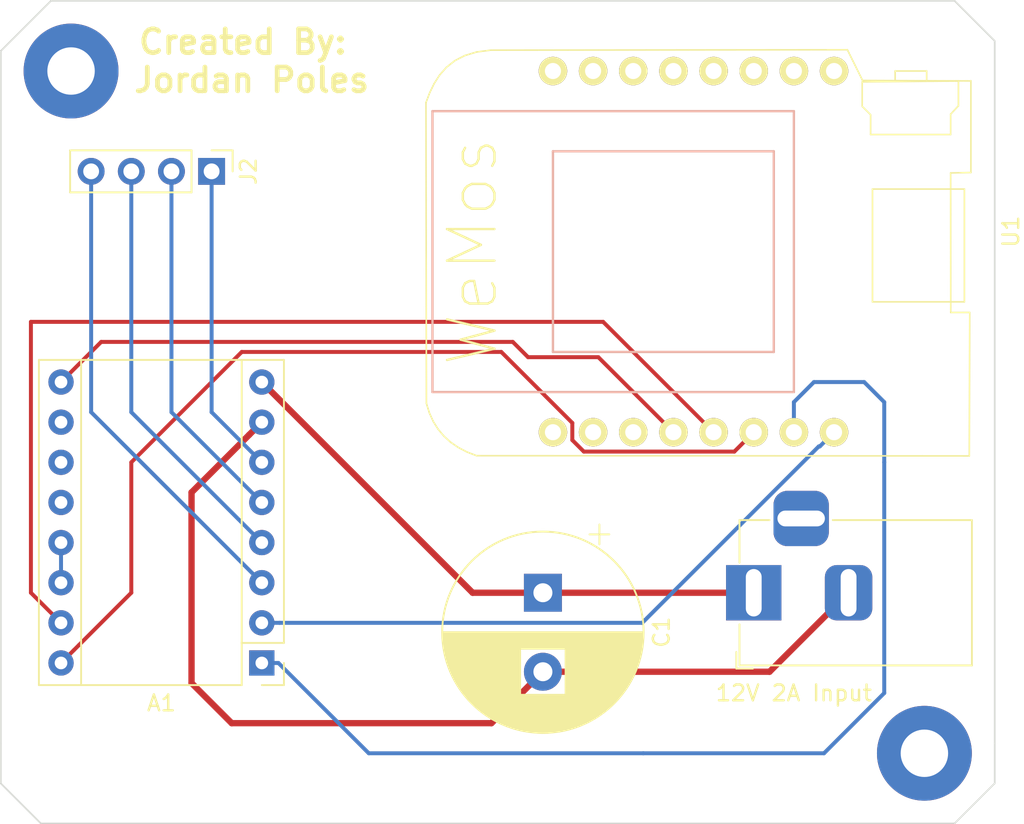
<source format=kicad_pcb>
(kicad_pcb (version 20171130) (host pcbnew "(5.0.0)")

  (general
    (thickness 1.6)
    (drawings 11)
    (tracks 56)
    (zones 0)
    (modules 7)
    (nets 27)
  )

  (page A4)
  (layers
    (0 F.Cu signal)
    (31 B.Cu signal)
    (32 B.Adhes user)
    (33 F.Adhes user)
    (34 B.Paste user)
    (35 F.Paste user)
    (36 B.SilkS user)
    (37 F.SilkS user)
    (38 B.Mask user)
    (39 F.Mask user)
    (40 Dwgs.User user)
    (41 Cmts.User user)
    (42 Eco1.User user)
    (43 Eco2.User user)
    (44 Edge.Cuts user)
    (45 Margin user)
    (46 B.CrtYd user)
    (47 F.CrtYd user)
    (48 B.Fab user)
    (49 F.Fab user)
  )

  (setup
    (last_trace_width 0.25)
    (trace_clearance 0.2)
    (zone_clearance 0.508)
    (zone_45_only no)
    (trace_min 0.2)
    (segment_width 0.2)
    (edge_width 0.1)
    (via_size 0.8)
    (via_drill 0.4)
    (via_min_size 0.4)
    (via_min_drill 0.3)
    (uvia_size 0.3)
    (uvia_drill 0.1)
    (uvias_allowed no)
    (uvia_min_size 0.2)
    (uvia_min_drill 0.1)
    (pcb_text_width 0.3)
    (pcb_text_size 1.5 1.5)
    (mod_edge_width 0.15)
    (mod_text_size 1 1)
    (mod_text_width 0.15)
    (pad_size 1.5 1.5)
    (pad_drill 0.6)
    (pad_to_mask_clearance 0)
    (aux_axis_origin 0 0)
    (visible_elements 7FFFFFFF)
    (pcbplotparams
      (layerselection 0x010fc_ffffffff)
      (usegerberextensions false)
      (usegerberattributes false)
      (usegerberadvancedattributes false)
      (creategerberjobfile false)
      (excludeedgelayer true)
      (linewidth 0.100000)
      (plotframeref false)
      (viasonmask false)
      (mode 1)
      (useauxorigin false)
      (hpglpennumber 1)
      (hpglpenspeed 20)
      (hpglpendiameter 15.000000)
      (psnegative false)
      (psa4output false)
      (plotreference true)
      (plotvalue true)
      (plotinvisibletext false)
      (padsonsilk false)
      (subtractmaskfromsilk false)
      (outputformat 1)
      (mirror false)
      (drillshape 0)
      (scaleselection 1)
      (outputdirectory "Output/"))
  )

  (net 0 "")
  (net 1 "Net-(A1-Pad1)")
  (net 2 "Net-(A1-Pad9)")
  (net 3 "Net-(A1-Pad2)")
  (net 4 "Net-(A1-Pad10)")
  (net 5 "Net-(A1-Pad3)")
  (net 6 "Net-(A1-Pad11)")
  (net 7 "Net-(A1-Pad4)")
  (net 8 "Net-(A1-Pad12)")
  (net 9 "Net-(A1-Pad5)")
  (net 10 "Net-(A1-Pad13)")
  (net 11 "Net-(A1-Pad6)")
  (net 12 "Net-(A1-Pad7)")
  (net 13 "Net-(A1-Pad15)")
  (net 14 "Net-(A1-Pad8)")
  (net 15 "Net-(A1-Pad16)")
  (net 16 "Net-(U1-Pad8)")
  (net 17 "Net-(U1-Pad7)")
  (net 18 "Net-(U1-Pad6)")
  (net 19 "Net-(U1-Pad16)")
  (net 20 "Net-(U1-Pad15)")
  (net 21 "Net-(U1-Pad14)")
  (net 22 "Net-(U1-Pad13)")
  (net 23 "Net-(U1-Pad12)")
  (net 24 "Net-(U1-Pad11)")
  (net 25 "Net-(U1-Pad10)")
  (net 26 "Net-(U1-Pad9)")

  (net_class Default "This is the default net class."
    (clearance 0.2)
    (trace_width 0.25)
    (via_dia 0.8)
    (via_drill 0.4)
    (uvia_dia 0.3)
    (uvia_drill 0.1)
    (add_net "Net-(A1-Pad1)")
    (add_net "Net-(A1-Pad10)")
    (add_net "Net-(A1-Pad11)")
    (add_net "Net-(A1-Pad12)")
    (add_net "Net-(A1-Pad13)")
    (add_net "Net-(A1-Pad15)")
    (add_net "Net-(A1-Pad16)")
    (add_net "Net-(A1-Pad2)")
    (add_net "Net-(A1-Pad3)")
    (add_net "Net-(A1-Pad4)")
    (add_net "Net-(A1-Pad5)")
    (add_net "Net-(A1-Pad6)")
    (add_net "Net-(A1-Pad9)")
    (add_net "Net-(U1-Pad10)")
    (add_net "Net-(U1-Pad11)")
    (add_net "Net-(U1-Pad12)")
    (add_net "Net-(U1-Pad13)")
    (add_net "Net-(U1-Pad14)")
    (add_net "Net-(U1-Pad15)")
    (add_net "Net-(U1-Pad16)")
    (add_net "Net-(U1-Pad6)")
    (add_net "Net-(U1-Pad7)")
    (add_net "Net-(U1-Pad8)")
    (add_net "Net-(U1-Pad9)")
  )

  (net_class Power ""
    (clearance 0.3)
    (trace_width 0.4)
    (via_dia 0.8)
    (via_drill 0.4)
    (uvia_dia 0.3)
    (uvia_drill 0.1)
    (add_net "Net-(A1-Pad7)")
    (add_net "Net-(A1-Pad8)")
  )

  (module Connector_BarrelJack:BarrelJack_Horizontal (layer F.Cu) (tedit 5BAEB020) (tstamp 5BAE8C7C)
    (at 201.295 116.205 180)
    (descr "DC Barrel Jack")
    (tags "Power Jack")
    (path /5BAD7C78)
    (fp_text reference "12V 2A Input" (at -2.54 -6.35 180) (layer F.SilkS)
      (effects (font (size 1 1) (thickness 0.15)))
    )
    (fp_text value "Barrel Jack" (at -9.525 5.715 180) (layer F.Fab)
      (effects (font (size 1 1) (thickness 0.15)))
    )
    (fp_text user "" (at -3.515394 -6.680001 180) (layer F.Fab)
      (effects (font (size 1 1) (thickness 0.15)))
    )
    (fp_line (start -0.003213 -4.505425) (end 0.8 -3.75) (layer F.Fab) (width 0.1))
    (fp_line (start 1.1 -3.75) (end 1.1 -4.8) (layer F.SilkS) (width 0.12))
    (fp_line (start 0.05 -4.8) (end 1.1 -4.8) (layer F.SilkS) (width 0.12))
    (fp_line (start 1 -4.5) (end 1 -4.75) (layer F.CrtYd) (width 0.05))
    (fp_line (start 1 -4.75) (end -14 -4.75) (layer F.CrtYd) (width 0.05))
    (fp_line (start 1 -4.5) (end 1 -2) (layer F.CrtYd) (width 0.05))
    (fp_line (start 1 -2) (end 2 -2) (layer F.CrtYd) (width 0.05))
    (fp_line (start 2 -2) (end 2 2) (layer F.CrtYd) (width 0.05))
    (fp_line (start 2 2) (end 1 2) (layer F.CrtYd) (width 0.05))
    (fp_line (start 1 2) (end 1 4.75) (layer F.CrtYd) (width 0.05))
    (fp_line (start 1 4.75) (end -1 4.75) (layer F.CrtYd) (width 0.05))
    (fp_line (start -1 4.75) (end -1 6.75) (layer F.CrtYd) (width 0.05))
    (fp_line (start -1 6.75) (end -5 6.75) (layer F.CrtYd) (width 0.05))
    (fp_line (start -5 6.75) (end -5 4.75) (layer F.CrtYd) (width 0.05))
    (fp_line (start -5 4.75) (end -14 4.75) (layer F.CrtYd) (width 0.05))
    (fp_line (start -14 4.75) (end -14 -4.75) (layer F.CrtYd) (width 0.05))
    (fp_line (start -5 4.6) (end -13.8 4.6) (layer F.SilkS) (width 0.12))
    (fp_line (start -13.8 4.6) (end -13.8 -4.6) (layer F.SilkS) (width 0.12))
    (fp_line (start 0.9 1.9) (end 0.9 4.6) (layer F.SilkS) (width 0.12))
    (fp_line (start 0.9 4.6) (end -1 4.6) (layer F.SilkS) (width 0.12))
    (fp_line (start -13.8 -4.6) (end 0.9 -4.6) (layer F.SilkS) (width 0.12))
    (fp_line (start 0.9 -4.6) (end 0.9 -2) (layer F.SilkS) (width 0.12))
    (fp_line (start -10.2 -4.5) (end -10.2 4.5) (layer F.Fab) (width 0.1))
    (fp_line (start -13.7 -4.5) (end -13.7 4.5) (layer F.Fab) (width 0.1))
    (fp_line (start -13.7 4.5) (end 0.8 4.5) (layer F.Fab) (width 0.1))
    (fp_line (start 0.8 4.5) (end 0.8 -3.75) (layer F.Fab) (width 0.1))
    (fp_line (start 0 -4.5) (end -13.7 -4.5) (layer F.Fab) (width 0.1))
    (pad 1 thru_hole rect (at 0 0 180) (size 3.5 3.5) (drill oval 1 3) (layers *.Cu *.Mask)
      (net 14 "Net-(A1-Pad8)"))
    (pad 2 thru_hole roundrect (at -6 0 180) (size 3 3.5) (drill oval 1 3) (layers *.Cu *.Mask) (roundrect_rratio 0.25)
      (net 12 "Net-(A1-Pad7)"))
    (pad 3 thru_hole roundrect (at -3 4.7 180) (size 3.5 3.5) (drill oval 3 1) (layers *.Cu *.Mask) (roundrect_rratio 0.25))
    (model ${KISYS3DMOD}/Connector_BarrelJack.3dshapes/BarrelJack_Horizontal.wrl
      (at (xyz 0 0 0))
      (scale (xyz 1 1 1))
      (rotate (xyz 0 0 0))
    )
  )

  (module wemos_d1_mini:D1_mini_board (layer F.Cu) (tedit 5BAEAE1B) (tstamp 5BAE8CC2)
    (at 198.755 94.615 90)
    (path /5BAD6FB1)
    (fp_text reference U1 (at 1.27 18.81 90) (layer F.SilkS)
      (effects (font (size 1 1) (thickness 0.15)))
    )
    (fp_text value "WeMos D1 Mini" (at 1.27 -19.05 90) (layer F.Fab)
      (effects (font (size 1 1) (thickness 0.15)))
    )
    (fp_text user WeMos (at 0 -15.24 90) (layer F.SilkS)
      (effects (font (size 3 3) (thickness 0.15)))
    )
    (fp_line (start -6.35 3.81) (end -6.35 -10.16) (layer B.SilkS) (width 0.15))
    (fp_line (start -6.35 -10.16) (end 6.35 -10.16) (layer B.SilkS) (width 0.15))
    (fp_line (start 6.35 -10.16) (end 6.35 3.81) (layer B.SilkS) (width 0.15))
    (fp_line (start 6.35 3.81) (end -6.35 3.81) (layer B.SilkS) (width 0.15))
    (fp_line (start -8.89 5.08) (end 8.89 5.08) (layer B.SilkS) (width 0.15))
    (fp_line (start 8.89 5.08) (end 8.89 -17.78) (layer B.SilkS) (width 0.15))
    (fp_line (start 8.89 -17.78) (end -8.89 -17.78) (layer B.SilkS) (width 0.15))
    (fp_line (start -8.89 -17.78) (end -8.89 5.08) (layer B.SilkS) (width 0.15))
    (fp_line (start 10.817472 16.277228) (end 5.00618 16.277228) (layer F.SilkS) (width 0.1))
    (fp_line (start 5.00618 16.277228) (end 4.979849 14.993795) (layer F.SilkS) (width 0.1))
    (fp_line (start 4.979849 14.993795) (end -3.851373 15.000483) (layer F.SilkS) (width 0.1))
    (fp_line (start -3.851373 15.000483) (end -3.849397 16.202736) (layer F.SilkS) (width 0.1))
    (fp_line (start -3.849397 16.202736) (end -12.930193 16.176658) (layer F.SilkS) (width 0.1))
    (fp_line (start -12.930193 16.176658) (end -12.916195 -14.993493) (layer F.SilkS) (width 0.1))
    (fp_line (start -12.916195 -14.993493) (end -12.683384 -15.596286) (layer F.SilkS) (width 0.1))
    (fp_line (start -12.683384 -15.596286) (end -12.399901 -16.141167) (layer F.SilkS) (width 0.1))
    (fp_line (start -12.399901 -16.141167) (end -12.065253 -16.627577) (layer F.SilkS) (width 0.1))
    (fp_line (start -12.065253 -16.627577) (end -11.678953 -17.054952) (layer F.SilkS) (width 0.1))
    (fp_line (start -11.678953 -17.054952) (end -11.240512 -17.422741) (layer F.SilkS) (width 0.1))
    (fp_line (start -11.240512 -17.422741) (end -10.74944 -17.730377) (layer F.SilkS) (width 0.1))
    (fp_line (start -10.74944 -17.730377) (end -10.20525 -17.97731) (layer F.SilkS) (width 0.1))
    (fp_line (start -10.20525 -17.97731) (end -9.607453 -18.162976) (layer F.SilkS) (width 0.1))
    (fp_line (start -9.607453 -18.162976) (end 9.43046 -18.191734) (layer F.SilkS) (width 0.1))
    (fp_line (start 9.43046 -18.191734) (end 10.049824 -17.957741) (layer F.SilkS) (width 0.1))
    (fp_line (start 10.049824 -17.957741) (end 10.638018 -17.673258) (layer F.SilkS) (width 0.1))
    (fp_line (start 10.638018 -17.673258) (end 11.181445 -17.323743) (layer F.SilkS) (width 0.1))
    (fp_line (start 11.181445 -17.323743) (end 11.666503 -16.894658) (layer F.SilkS) (width 0.1))
    (fp_line (start 11.666503 -16.894658) (end 12.079595 -16.37146) (layer F.SilkS) (width 0.1))
    (fp_line (start 12.079595 -16.37146) (end 12.407122 -15.739613) (layer F.SilkS) (width 0.1))
    (fp_line (start 12.407122 -15.739613) (end 12.635482 -14.984575) (layer F.SilkS) (width 0.1))
    (fp_line (start 12.635482 -14.984575) (end 12.751078 -14.091807) (layer F.SilkS) (width 0.1))
    (fp_line (start 12.751078 -14.091807) (end 12.776026 8.463285) (layer F.SilkS) (width 0.1))
    (fp_line (start 12.776026 8.463285) (end 10.83248 9.424181) (layer F.SilkS) (width 0.1))
    (fp_line (start 10.83248 9.424181) (end 10.802686 16.232524) (layer F.SilkS) (width 0.1))
    (fp_line (start -3.17965 10.051451) (end 3.959931 10.051451) (layer F.SilkS) (width 0.1))
    (fp_line (start 3.959931 10.051451) (end 3.959931 15.865188) (layer F.SilkS) (width 0.1))
    (fp_line (start 3.959931 15.865188) (end -3.17965 15.865188) (layer F.SilkS) (width 0.1))
    (fp_line (start -3.17965 15.865188) (end -3.17965 10.051451) (layer F.SilkS) (width 0.1))
    (fp_line (start 10.7436 9.402349) (end 9.191378 9.402349) (layer F.SilkS) (width 0.1))
    (fp_line (start 9.191378 9.402349) (end 8.662211 9.931515) (layer F.SilkS) (width 0.1))
    (fp_line (start 8.662211 9.931515) (end 7.40985 9.931515) (layer F.SilkS) (width 0.1))
    (fp_line (start 7.40985 9.931515) (end 7.40985 14.993876) (layer F.SilkS) (width 0.1))
    (fp_line (start 7.40985 14.993876) (end 8.697489 14.993876) (layer F.SilkS) (width 0.1))
    (fp_line (start 8.697489 14.993876) (end 9.226656 15.487765) (layer F.SilkS) (width 0.1))
    (fp_line (start 9.226656 15.487765) (end 10.796517 15.487765) (layer F.SilkS) (width 0.1))
    (fp_line (start 10.796517 15.487765) (end 10.7436 9.402349) (layer F.SilkS) (width 0.1))
    (fp_line (start 10.778878 11.483738) (end 11.431517 11.483738) (layer F.SilkS) (width 0.1))
    (fp_line (start 11.431517 11.483738) (end 11.431517 13.476932) (layer F.SilkS) (width 0.1))
    (fp_line (start 11.431517 13.476932) (end 10.814156 13.476932) (layer F.SilkS) (width 0.1))
    (pad 8 thru_hole circle (at -11.43 -10.16 90) (size 1.8 1.8) (drill 1.016) (layers *.Cu *.Mask F.SilkS)
      (net 16 "Net-(U1-Pad8)"))
    (pad 7 thru_hole circle (at -11.43 -7.62 90) (size 1.8 1.8) (drill 1.016) (layers *.Cu *.Mask F.SilkS)
      (net 17 "Net-(U1-Pad7)"))
    (pad 6 thru_hole circle (at -11.43 -5.08 90) (size 1.8 1.8) (drill 1.016) (layers *.Cu *.Mask F.SilkS)
      (net 18 "Net-(U1-Pad6)"))
    (pad 5 thru_hole circle (at -11.43 -2.54 90) (size 1.8 1.8) (drill 1.016) (layers *.Cu *.Mask F.SilkS)
      (net 2 "Net-(A1-Pad9)"))
    (pad 4 thru_hole circle (at -11.43 0 90) (size 1.8 1.8) (drill 1.016) (layers *.Cu *.Mask F.SilkS)
      (net 13 "Net-(A1-Pad15)"))
    (pad 3 thru_hole circle (at -11.43 2.54 90) (size 1.8 1.8) (drill 1.016) (layers *.Cu *.Mask F.SilkS)
      (net 15 "Net-(A1-Pad16)"))
    (pad 2 thru_hole circle (at -11.43 5.08 90) (size 1.8 1.8) (drill 1.016) (layers *.Cu *.Mask F.SilkS)
      (net 1 "Net-(A1-Pad1)"))
    (pad 1 thru_hole circle (at -11.43 7.62 90) (size 1.8 1.8) (drill 1.016) (layers *.Cu *.Mask F.SilkS)
      (net 3 "Net-(A1-Pad2)"))
    (pad 16 thru_hole circle (at 11.43 7.62 90) (size 1.8 1.8) (drill 1.016) (layers *.Cu *.Mask F.SilkS)
      (net 19 "Net-(U1-Pad16)"))
    (pad 15 thru_hole circle (at 11.43 5.08 90) (size 1.8 1.8) (drill 1.016) (layers *.Cu *.Mask F.SilkS)
      (net 20 "Net-(U1-Pad15)"))
    (pad 14 thru_hole circle (at 11.43 2.54 90) (size 1.8 1.8) (drill 1.016) (layers *.Cu *.Mask F.SilkS)
      (net 21 "Net-(U1-Pad14)"))
    (pad 13 thru_hole circle (at 11.43 0 90) (size 1.8 1.8) (drill 1.016) (layers *.Cu *.Mask F.SilkS)
      (net 22 "Net-(U1-Pad13)"))
    (pad 12 thru_hole circle (at 11.43 -2.54 90) (size 1.8 1.8) (drill 1.016) (layers *.Cu *.Mask F.SilkS)
      (net 23 "Net-(U1-Pad12)"))
    (pad 11 thru_hole circle (at 11.43 -5.08 90) (size 1.8 1.8) (drill 1.016) (layers *.Cu *.Mask F.SilkS)
      (net 24 "Net-(U1-Pad11)"))
    (pad 10 thru_hole circle (at 11.43 -7.62 90) (size 1.8 1.8) (drill 1.016) (layers *.Cu *.Mask F.SilkS)
      (net 25 "Net-(U1-Pad10)"))
    (pad 9 thru_hole circle (at 11.43 -10.16 90) (size 1.8 1.8) (drill 1.016) (layers *.Cu *.Mask F.SilkS)
      (net 26 "Net-(U1-Pad9)"))
  )

  (module Module:Pololu_Breakout-16_15.2x20.3mm (layer F.Cu) (tedit 5BAEADF4) (tstamp 5BAE8B63)
    (at 170.18 120.65 180)
    (descr "Pololu Breakout 16-pin 15.2x20.3mm 0.6x0.8\\")
    (tags "Pololu Breakout")
    (path /5BAD7DB4)
    (fp_text reference A1 (at 6.35 -2.54 180) (layer F.SilkS)
      (effects (font (size 1 1) (thickness 0.15)))
    )
    (fp_text value "A4988 Stepper Driver " (at 6.35 20.17 180) (layer F.Fab)
      (effects (font (size 1 1) (thickness 0.15)))
    )
    (fp_text user %R (at 6.35 0 180) (layer F.Fab)
      (effects (font (size 1 1) (thickness 0.15)))
    )
    (fp_line (start 11.43 -1.4) (end 11.43 19.18) (layer F.SilkS) (width 0.12))
    (fp_line (start 1.27 1.27) (end 1.27 19.18) (layer F.SilkS) (width 0.12))
    (fp_line (start 0 -1.4) (end -1.4 -1.4) (layer F.SilkS) (width 0.12))
    (fp_line (start -1.4 -1.4) (end -1.4 0) (layer F.SilkS) (width 0.12))
    (fp_line (start 1.27 -1.4) (end 1.27 1.27) (layer F.SilkS) (width 0.12))
    (fp_line (start 1.27 1.27) (end -1.4 1.27) (layer F.SilkS) (width 0.12))
    (fp_line (start -1.4 1.27) (end -1.4 19.18) (layer F.SilkS) (width 0.12))
    (fp_line (start -1.4 19.18) (end 14.1 19.18) (layer F.SilkS) (width 0.12))
    (fp_line (start 14.1 19.18) (end 14.1 -1.4) (layer F.SilkS) (width 0.12))
    (fp_line (start 14.1 -1.4) (end 1.27 -1.4) (layer F.SilkS) (width 0.12))
    (fp_line (start -1.27 0) (end 0 -1.27) (layer F.Fab) (width 0.1))
    (fp_line (start 0 -1.27) (end 13.97 -1.27) (layer F.Fab) (width 0.1))
    (fp_line (start 13.97 -1.27) (end 13.97 19.05) (layer F.Fab) (width 0.1))
    (fp_line (start 13.97 19.05) (end -1.27 19.05) (layer F.Fab) (width 0.1))
    (fp_line (start -1.27 19.05) (end -1.27 0) (layer F.Fab) (width 0.1))
    (fp_line (start -1.53 -1.52) (end 14.21 -1.52) (layer F.CrtYd) (width 0.05))
    (fp_line (start -1.53 -1.52) (end -1.53 19.3) (layer F.CrtYd) (width 0.05))
    (fp_line (start 14.21 19.3) (end 14.21 -1.52) (layer F.CrtYd) (width 0.05))
    (fp_line (start 14.21 19.3) (end -1.53 19.3) (layer F.CrtYd) (width 0.05))
    (pad 1 thru_hole rect (at 0 0 180) (size 1.6 1.6) (drill 0.8) (layers *.Cu *.Mask)
      (net 1 "Net-(A1-Pad1)"))
    (pad 9 thru_hole oval (at 12.7 17.78 180) (size 1.6 1.6) (drill 0.8) (layers *.Cu *.Mask)
      (net 2 "Net-(A1-Pad9)"))
    (pad 2 thru_hole oval (at 0 2.54 180) (size 1.6 1.6) (drill 0.8) (layers *.Cu *.Mask)
      (net 3 "Net-(A1-Pad2)"))
    (pad 10 thru_hole oval (at 12.7 15.24 180) (size 1.6 1.6) (drill 0.8) (layers *.Cu *.Mask)
      (net 4 "Net-(A1-Pad10)"))
    (pad 3 thru_hole oval (at 0 5.08 180) (size 1.6 1.6) (drill 0.8) (layers *.Cu *.Mask)
      (net 5 "Net-(A1-Pad3)"))
    (pad 11 thru_hole oval (at 12.7 12.7 180) (size 1.6 1.6) (drill 0.8) (layers *.Cu *.Mask)
      (net 6 "Net-(A1-Pad11)"))
    (pad 4 thru_hole oval (at 0 7.62 180) (size 1.6 1.6) (drill 0.8) (layers *.Cu *.Mask)
      (net 7 "Net-(A1-Pad4)"))
    (pad 12 thru_hole oval (at 12.7 10.16 180) (size 1.6 1.6) (drill 0.8) (layers *.Cu *.Mask)
      (net 8 "Net-(A1-Pad12)"))
    (pad 5 thru_hole oval (at 0 10.16 180) (size 1.6 1.6) (drill 0.8) (layers *.Cu *.Mask)
      (net 9 "Net-(A1-Pad5)"))
    (pad 13 thru_hole oval (at 12.7 7.62 180) (size 1.6 1.6) (drill 0.8) (layers *.Cu *.Mask)
      (net 10 "Net-(A1-Pad13)"))
    (pad 6 thru_hole oval (at 0 12.7 180) (size 1.6 1.6) (drill 0.8) (layers *.Cu *.Mask)
      (net 11 "Net-(A1-Pad6)"))
    (pad 14 thru_hole oval (at 12.7 5.08 180) (size 1.6 1.6) (drill 0.8) (layers *.Cu *.Mask)
      (net 10 "Net-(A1-Pad13)"))
    (pad 7 thru_hole oval (at 0 15.24 180) (size 1.6 1.6) (drill 0.8) (layers *.Cu *.Mask)
      (net 12 "Net-(A1-Pad7)"))
    (pad 15 thru_hole oval (at 12.7 2.54 180) (size 1.6 1.6) (drill 0.8) (layers *.Cu *.Mask)
      (net 13 "Net-(A1-Pad15)"))
    (pad 8 thru_hole oval (at 0 17.78 180) (size 1.6 1.6) (drill 0.8) (layers *.Cu *.Mask)
      (net 14 "Net-(A1-Pad8)"))
    (pad 16 thru_hole oval (at 12.7 0 180) (size 1.6 1.6) (drill 0.8) (layers *.Cu *.Mask)
      (net 15 "Net-(A1-Pad16)"))
    (model ${KISYS3DMOD}/Module.3dshapes/Pololu_Breakout-16_15.2x20.3mm.wrl
      (at (xyz 0 0 0))
      (scale (xyz 1 1 1))
      (rotate (xyz 0 0 0))
    )
  )

  (module Capacitor_THT:CP_Radial_D12.5mm_P5.00mm (layer F.Cu) (tedit 5AE50EF1) (tstamp 5BAE8C59)
    (at 187.96 116.205 270)
    (descr "CP, Radial series, Radial, pin pitch=5.00mm, , diameter=12.5mm, Electrolytic Capacitor")
    (tags "CP Radial series Radial pin pitch 5.00mm  diameter 12.5mm Electrolytic Capacitor")
    (path /5BAD7100)
    (fp_text reference C1 (at 2.5 -7.5 270) (layer F.SilkS)
      (effects (font (size 1 1) (thickness 0.15)))
    )
    (fp_text value "100uF CP" (at 2.5 7.5 270) (layer F.Fab)
      (effects (font (size 1 1) (thickness 0.15)))
    )
    (fp_circle (center 2.5 0) (end 8.75 0) (layer F.Fab) (width 0.1))
    (fp_circle (center 2.5 0) (end 8.87 0) (layer F.SilkS) (width 0.12))
    (fp_circle (center 2.5 0) (end 9 0) (layer F.CrtYd) (width 0.05))
    (fp_line (start -2.866489 -2.7375) (end -1.616489 -2.7375) (layer F.Fab) (width 0.1))
    (fp_line (start -2.241489 -3.3625) (end -2.241489 -2.1125) (layer F.Fab) (width 0.1))
    (fp_line (start 2.5 -6.33) (end 2.5 6.33) (layer F.SilkS) (width 0.12))
    (fp_line (start 2.54 -6.33) (end 2.54 6.33) (layer F.SilkS) (width 0.12))
    (fp_line (start 2.58 -6.33) (end 2.58 6.33) (layer F.SilkS) (width 0.12))
    (fp_line (start 2.62 -6.329) (end 2.62 6.329) (layer F.SilkS) (width 0.12))
    (fp_line (start 2.66 -6.328) (end 2.66 6.328) (layer F.SilkS) (width 0.12))
    (fp_line (start 2.7 -6.327) (end 2.7 6.327) (layer F.SilkS) (width 0.12))
    (fp_line (start 2.74 -6.326) (end 2.74 6.326) (layer F.SilkS) (width 0.12))
    (fp_line (start 2.78 -6.324) (end 2.78 6.324) (layer F.SilkS) (width 0.12))
    (fp_line (start 2.82 -6.322) (end 2.82 6.322) (layer F.SilkS) (width 0.12))
    (fp_line (start 2.86 -6.32) (end 2.86 6.32) (layer F.SilkS) (width 0.12))
    (fp_line (start 2.9 -6.318) (end 2.9 6.318) (layer F.SilkS) (width 0.12))
    (fp_line (start 2.94 -6.315) (end 2.94 6.315) (layer F.SilkS) (width 0.12))
    (fp_line (start 2.98 -6.312) (end 2.98 6.312) (layer F.SilkS) (width 0.12))
    (fp_line (start 3.02 -6.309) (end 3.02 6.309) (layer F.SilkS) (width 0.12))
    (fp_line (start 3.06 -6.306) (end 3.06 6.306) (layer F.SilkS) (width 0.12))
    (fp_line (start 3.1 -6.302) (end 3.1 6.302) (layer F.SilkS) (width 0.12))
    (fp_line (start 3.14 -6.298) (end 3.14 6.298) (layer F.SilkS) (width 0.12))
    (fp_line (start 3.18 -6.294) (end 3.18 6.294) (layer F.SilkS) (width 0.12))
    (fp_line (start 3.221 -6.29) (end 3.221 6.29) (layer F.SilkS) (width 0.12))
    (fp_line (start 3.261 -6.285) (end 3.261 6.285) (layer F.SilkS) (width 0.12))
    (fp_line (start 3.301 -6.28) (end 3.301 6.28) (layer F.SilkS) (width 0.12))
    (fp_line (start 3.341 -6.275) (end 3.341 6.275) (layer F.SilkS) (width 0.12))
    (fp_line (start 3.381 -6.269) (end 3.381 6.269) (layer F.SilkS) (width 0.12))
    (fp_line (start 3.421 -6.264) (end 3.421 6.264) (layer F.SilkS) (width 0.12))
    (fp_line (start 3.461 -6.258) (end 3.461 6.258) (layer F.SilkS) (width 0.12))
    (fp_line (start 3.501 -6.252) (end 3.501 6.252) (layer F.SilkS) (width 0.12))
    (fp_line (start 3.541 -6.245) (end 3.541 6.245) (layer F.SilkS) (width 0.12))
    (fp_line (start 3.581 -6.238) (end 3.581 -1.44) (layer F.SilkS) (width 0.12))
    (fp_line (start 3.581 1.44) (end 3.581 6.238) (layer F.SilkS) (width 0.12))
    (fp_line (start 3.621 -6.231) (end 3.621 -1.44) (layer F.SilkS) (width 0.12))
    (fp_line (start 3.621 1.44) (end 3.621 6.231) (layer F.SilkS) (width 0.12))
    (fp_line (start 3.661 -6.224) (end 3.661 -1.44) (layer F.SilkS) (width 0.12))
    (fp_line (start 3.661 1.44) (end 3.661 6.224) (layer F.SilkS) (width 0.12))
    (fp_line (start 3.701 -6.216) (end 3.701 -1.44) (layer F.SilkS) (width 0.12))
    (fp_line (start 3.701 1.44) (end 3.701 6.216) (layer F.SilkS) (width 0.12))
    (fp_line (start 3.741 -6.209) (end 3.741 -1.44) (layer F.SilkS) (width 0.12))
    (fp_line (start 3.741 1.44) (end 3.741 6.209) (layer F.SilkS) (width 0.12))
    (fp_line (start 3.781 -6.201) (end 3.781 -1.44) (layer F.SilkS) (width 0.12))
    (fp_line (start 3.781 1.44) (end 3.781 6.201) (layer F.SilkS) (width 0.12))
    (fp_line (start 3.821 -6.192) (end 3.821 -1.44) (layer F.SilkS) (width 0.12))
    (fp_line (start 3.821 1.44) (end 3.821 6.192) (layer F.SilkS) (width 0.12))
    (fp_line (start 3.861 -6.184) (end 3.861 -1.44) (layer F.SilkS) (width 0.12))
    (fp_line (start 3.861 1.44) (end 3.861 6.184) (layer F.SilkS) (width 0.12))
    (fp_line (start 3.901 -6.175) (end 3.901 -1.44) (layer F.SilkS) (width 0.12))
    (fp_line (start 3.901 1.44) (end 3.901 6.175) (layer F.SilkS) (width 0.12))
    (fp_line (start 3.941 -6.166) (end 3.941 -1.44) (layer F.SilkS) (width 0.12))
    (fp_line (start 3.941 1.44) (end 3.941 6.166) (layer F.SilkS) (width 0.12))
    (fp_line (start 3.981 -6.156) (end 3.981 -1.44) (layer F.SilkS) (width 0.12))
    (fp_line (start 3.981 1.44) (end 3.981 6.156) (layer F.SilkS) (width 0.12))
    (fp_line (start 4.021 -6.146) (end 4.021 -1.44) (layer F.SilkS) (width 0.12))
    (fp_line (start 4.021 1.44) (end 4.021 6.146) (layer F.SilkS) (width 0.12))
    (fp_line (start 4.061 -6.137) (end 4.061 -1.44) (layer F.SilkS) (width 0.12))
    (fp_line (start 4.061 1.44) (end 4.061 6.137) (layer F.SilkS) (width 0.12))
    (fp_line (start 4.101 -6.126) (end 4.101 -1.44) (layer F.SilkS) (width 0.12))
    (fp_line (start 4.101 1.44) (end 4.101 6.126) (layer F.SilkS) (width 0.12))
    (fp_line (start 4.141 -6.116) (end 4.141 -1.44) (layer F.SilkS) (width 0.12))
    (fp_line (start 4.141 1.44) (end 4.141 6.116) (layer F.SilkS) (width 0.12))
    (fp_line (start 4.181 -6.105) (end 4.181 -1.44) (layer F.SilkS) (width 0.12))
    (fp_line (start 4.181 1.44) (end 4.181 6.105) (layer F.SilkS) (width 0.12))
    (fp_line (start 4.221 -6.094) (end 4.221 -1.44) (layer F.SilkS) (width 0.12))
    (fp_line (start 4.221 1.44) (end 4.221 6.094) (layer F.SilkS) (width 0.12))
    (fp_line (start 4.261 -6.083) (end 4.261 -1.44) (layer F.SilkS) (width 0.12))
    (fp_line (start 4.261 1.44) (end 4.261 6.083) (layer F.SilkS) (width 0.12))
    (fp_line (start 4.301 -6.071) (end 4.301 -1.44) (layer F.SilkS) (width 0.12))
    (fp_line (start 4.301 1.44) (end 4.301 6.071) (layer F.SilkS) (width 0.12))
    (fp_line (start 4.341 -6.059) (end 4.341 -1.44) (layer F.SilkS) (width 0.12))
    (fp_line (start 4.341 1.44) (end 4.341 6.059) (layer F.SilkS) (width 0.12))
    (fp_line (start 4.381 -6.047) (end 4.381 -1.44) (layer F.SilkS) (width 0.12))
    (fp_line (start 4.381 1.44) (end 4.381 6.047) (layer F.SilkS) (width 0.12))
    (fp_line (start 4.421 -6.034) (end 4.421 -1.44) (layer F.SilkS) (width 0.12))
    (fp_line (start 4.421 1.44) (end 4.421 6.034) (layer F.SilkS) (width 0.12))
    (fp_line (start 4.461 -6.021) (end 4.461 -1.44) (layer F.SilkS) (width 0.12))
    (fp_line (start 4.461 1.44) (end 4.461 6.021) (layer F.SilkS) (width 0.12))
    (fp_line (start 4.501 -6.008) (end 4.501 -1.44) (layer F.SilkS) (width 0.12))
    (fp_line (start 4.501 1.44) (end 4.501 6.008) (layer F.SilkS) (width 0.12))
    (fp_line (start 4.541 -5.995) (end 4.541 -1.44) (layer F.SilkS) (width 0.12))
    (fp_line (start 4.541 1.44) (end 4.541 5.995) (layer F.SilkS) (width 0.12))
    (fp_line (start 4.581 -5.981) (end 4.581 -1.44) (layer F.SilkS) (width 0.12))
    (fp_line (start 4.581 1.44) (end 4.581 5.981) (layer F.SilkS) (width 0.12))
    (fp_line (start 4.621 -5.967) (end 4.621 -1.44) (layer F.SilkS) (width 0.12))
    (fp_line (start 4.621 1.44) (end 4.621 5.967) (layer F.SilkS) (width 0.12))
    (fp_line (start 4.661 -5.953) (end 4.661 -1.44) (layer F.SilkS) (width 0.12))
    (fp_line (start 4.661 1.44) (end 4.661 5.953) (layer F.SilkS) (width 0.12))
    (fp_line (start 4.701 -5.939) (end 4.701 -1.44) (layer F.SilkS) (width 0.12))
    (fp_line (start 4.701 1.44) (end 4.701 5.939) (layer F.SilkS) (width 0.12))
    (fp_line (start 4.741 -5.924) (end 4.741 -1.44) (layer F.SilkS) (width 0.12))
    (fp_line (start 4.741 1.44) (end 4.741 5.924) (layer F.SilkS) (width 0.12))
    (fp_line (start 4.781 -5.908) (end 4.781 -1.44) (layer F.SilkS) (width 0.12))
    (fp_line (start 4.781 1.44) (end 4.781 5.908) (layer F.SilkS) (width 0.12))
    (fp_line (start 4.821 -5.893) (end 4.821 -1.44) (layer F.SilkS) (width 0.12))
    (fp_line (start 4.821 1.44) (end 4.821 5.893) (layer F.SilkS) (width 0.12))
    (fp_line (start 4.861 -5.877) (end 4.861 -1.44) (layer F.SilkS) (width 0.12))
    (fp_line (start 4.861 1.44) (end 4.861 5.877) (layer F.SilkS) (width 0.12))
    (fp_line (start 4.901 -5.861) (end 4.901 -1.44) (layer F.SilkS) (width 0.12))
    (fp_line (start 4.901 1.44) (end 4.901 5.861) (layer F.SilkS) (width 0.12))
    (fp_line (start 4.941 -5.845) (end 4.941 -1.44) (layer F.SilkS) (width 0.12))
    (fp_line (start 4.941 1.44) (end 4.941 5.845) (layer F.SilkS) (width 0.12))
    (fp_line (start 4.981 -5.828) (end 4.981 -1.44) (layer F.SilkS) (width 0.12))
    (fp_line (start 4.981 1.44) (end 4.981 5.828) (layer F.SilkS) (width 0.12))
    (fp_line (start 5.021 -5.811) (end 5.021 -1.44) (layer F.SilkS) (width 0.12))
    (fp_line (start 5.021 1.44) (end 5.021 5.811) (layer F.SilkS) (width 0.12))
    (fp_line (start 5.061 -5.793) (end 5.061 -1.44) (layer F.SilkS) (width 0.12))
    (fp_line (start 5.061 1.44) (end 5.061 5.793) (layer F.SilkS) (width 0.12))
    (fp_line (start 5.101 -5.776) (end 5.101 -1.44) (layer F.SilkS) (width 0.12))
    (fp_line (start 5.101 1.44) (end 5.101 5.776) (layer F.SilkS) (width 0.12))
    (fp_line (start 5.141 -5.758) (end 5.141 -1.44) (layer F.SilkS) (width 0.12))
    (fp_line (start 5.141 1.44) (end 5.141 5.758) (layer F.SilkS) (width 0.12))
    (fp_line (start 5.181 -5.739) (end 5.181 -1.44) (layer F.SilkS) (width 0.12))
    (fp_line (start 5.181 1.44) (end 5.181 5.739) (layer F.SilkS) (width 0.12))
    (fp_line (start 5.221 -5.721) (end 5.221 -1.44) (layer F.SilkS) (width 0.12))
    (fp_line (start 5.221 1.44) (end 5.221 5.721) (layer F.SilkS) (width 0.12))
    (fp_line (start 5.261 -5.702) (end 5.261 -1.44) (layer F.SilkS) (width 0.12))
    (fp_line (start 5.261 1.44) (end 5.261 5.702) (layer F.SilkS) (width 0.12))
    (fp_line (start 5.301 -5.682) (end 5.301 -1.44) (layer F.SilkS) (width 0.12))
    (fp_line (start 5.301 1.44) (end 5.301 5.682) (layer F.SilkS) (width 0.12))
    (fp_line (start 5.341 -5.662) (end 5.341 -1.44) (layer F.SilkS) (width 0.12))
    (fp_line (start 5.341 1.44) (end 5.341 5.662) (layer F.SilkS) (width 0.12))
    (fp_line (start 5.381 -5.642) (end 5.381 -1.44) (layer F.SilkS) (width 0.12))
    (fp_line (start 5.381 1.44) (end 5.381 5.642) (layer F.SilkS) (width 0.12))
    (fp_line (start 5.421 -5.622) (end 5.421 -1.44) (layer F.SilkS) (width 0.12))
    (fp_line (start 5.421 1.44) (end 5.421 5.622) (layer F.SilkS) (width 0.12))
    (fp_line (start 5.461 -5.601) (end 5.461 -1.44) (layer F.SilkS) (width 0.12))
    (fp_line (start 5.461 1.44) (end 5.461 5.601) (layer F.SilkS) (width 0.12))
    (fp_line (start 5.501 -5.58) (end 5.501 -1.44) (layer F.SilkS) (width 0.12))
    (fp_line (start 5.501 1.44) (end 5.501 5.58) (layer F.SilkS) (width 0.12))
    (fp_line (start 5.541 -5.558) (end 5.541 -1.44) (layer F.SilkS) (width 0.12))
    (fp_line (start 5.541 1.44) (end 5.541 5.558) (layer F.SilkS) (width 0.12))
    (fp_line (start 5.581 -5.536) (end 5.581 -1.44) (layer F.SilkS) (width 0.12))
    (fp_line (start 5.581 1.44) (end 5.581 5.536) (layer F.SilkS) (width 0.12))
    (fp_line (start 5.621 -5.514) (end 5.621 -1.44) (layer F.SilkS) (width 0.12))
    (fp_line (start 5.621 1.44) (end 5.621 5.514) (layer F.SilkS) (width 0.12))
    (fp_line (start 5.661 -5.491) (end 5.661 -1.44) (layer F.SilkS) (width 0.12))
    (fp_line (start 5.661 1.44) (end 5.661 5.491) (layer F.SilkS) (width 0.12))
    (fp_line (start 5.701 -5.468) (end 5.701 -1.44) (layer F.SilkS) (width 0.12))
    (fp_line (start 5.701 1.44) (end 5.701 5.468) (layer F.SilkS) (width 0.12))
    (fp_line (start 5.741 -5.445) (end 5.741 -1.44) (layer F.SilkS) (width 0.12))
    (fp_line (start 5.741 1.44) (end 5.741 5.445) (layer F.SilkS) (width 0.12))
    (fp_line (start 5.781 -5.421) (end 5.781 -1.44) (layer F.SilkS) (width 0.12))
    (fp_line (start 5.781 1.44) (end 5.781 5.421) (layer F.SilkS) (width 0.12))
    (fp_line (start 5.821 -5.397) (end 5.821 -1.44) (layer F.SilkS) (width 0.12))
    (fp_line (start 5.821 1.44) (end 5.821 5.397) (layer F.SilkS) (width 0.12))
    (fp_line (start 5.861 -5.372) (end 5.861 -1.44) (layer F.SilkS) (width 0.12))
    (fp_line (start 5.861 1.44) (end 5.861 5.372) (layer F.SilkS) (width 0.12))
    (fp_line (start 5.901 -5.347) (end 5.901 -1.44) (layer F.SilkS) (width 0.12))
    (fp_line (start 5.901 1.44) (end 5.901 5.347) (layer F.SilkS) (width 0.12))
    (fp_line (start 5.941 -5.322) (end 5.941 -1.44) (layer F.SilkS) (width 0.12))
    (fp_line (start 5.941 1.44) (end 5.941 5.322) (layer F.SilkS) (width 0.12))
    (fp_line (start 5.981 -5.296) (end 5.981 -1.44) (layer F.SilkS) (width 0.12))
    (fp_line (start 5.981 1.44) (end 5.981 5.296) (layer F.SilkS) (width 0.12))
    (fp_line (start 6.021 -5.27) (end 6.021 -1.44) (layer F.SilkS) (width 0.12))
    (fp_line (start 6.021 1.44) (end 6.021 5.27) (layer F.SilkS) (width 0.12))
    (fp_line (start 6.061 -5.243) (end 6.061 -1.44) (layer F.SilkS) (width 0.12))
    (fp_line (start 6.061 1.44) (end 6.061 5.243) (layer F.SilkS) (width 0.12))
    (fp_line (start 6.101 -5.216) (end 6.101 -1.44) (layer F.SilkS) (width 0.12))
    (fp_line (start 6.101 1.44) (end 6.101 5.216) (layer F.SilkS) (width 0.12))
    (fp_line (start 6.141 -5.188) (end 6.141 -1.44) (layer F.SilkS) (width 0.12))
    (fp_line (start 6.141 1.44) (end 6.141 5.188) (layer F.SilkS) (width 0.12))
    (fp_line (start 6.181 -5.16) (end 6.181 -1.44) (layer F.SilkS) (width 0.12))
    (fp_line (start 6.181 1.44) (end 6.181 5.16) (layer F.SilkS) (width 0.12))
    (fp_line (start 6.221 -5.131) (end 6.221 -1.44) (layer F.SilkS) (width 0.12))
    (fp_line (start 6.221 1.44) (end 6.221 5.131) (layer F.SilkS) (width 0.12))
    (fp_line (start 6.261 -5.102) (end 6.261 -1.44) (layer F.SilkS) (width 0.12))
    (fp_line (start 6.261 1.44) (end 6.261 5.102) (layer F.SilkS) (width 0.12))
    (fp_line (start 6.301 -5.073) (end 6.301 -1.44) (layer F.SilkS) (width 0.12))
    (fp_line (start 6.301 1.44) (end 6.301 5.073) (layer F.SilkS) (width 0.12))
    (fp_line (start 6.341 -5.043) (end 6.341 -1.44) (layer F.SilkS) (width 0.12))
    (fp_line (start 6.341 1.44) (end 6.341 5.043) (layer F.SilkS) (width 0.12))
    (fp_line (start 6.381 -5.012) (end 6.381 -1.44) (layer F.SilkS) (width 0.12))
    (fp_line (start 6.381 1.44) (end 6.381 5.012) (layer F.SilkS) (width 0.12))
    (fp_line (start 6.421 -4.982) (end 6.421 -1.44) (layer F.SilkS) (width 0.12))
    (fp_line (start 6.421 1.44) (end 6.421 4.982) (layer F.SilkS) (width 0.12))
    (fp_line (start 6.461 -4.95) (end 6.461 4.95) (layer F.SilkS) (width 0.12))
    (fp_line (start 6.501 -4.918) (end 6.501 4.918) (layer F.SilkS) (width 0.12))
    (fp_line (start 6.541 -4.885) (end 6.541 4.885) (layer F.SilkS) (width 0.12))
    (fp_line (start 6.581 -4.852) (end 6.581 4.852) (layer F.SilkS) (width 0.12))
    (fp_line (start 6.621 -4.819) (end 6.621 4.819) (layer F.SilkS) (width 0.12))
    (fp_line (start 6.661 -4.785) (end 6.661 4.785) (layer F.SilkS) (width 0.12))
    (fp_line (start 6.701 -4.75) (end 6.701 4.75) (layer F.SilkS) (width 0.12))
    (fp_line (start 6.741 -4.714) (end 6.741 4.714) (layer F.SilkS) (width 0.12))
    (fp_line (start 6.781 -4.678) (end 6.781 4.678) (layer F.SilkS) (width 0.12))
    (fp_line (start 6.821 -4.642) (end 6.821 4.642) (layer F.SilkS) (width 0.12))
    (fp_line (start 6.861 -4.605) (end 6.861 4.605) (layer F.SilkS) (width 0.12))
    (fp_line (start 6.901 -4.567) (end 6.901 4.567) (layer F.SilkS) (width 0.12))
    (fp_line (start 6.941 -4.528) (end 6.941 4.528) (layer F.SilkS) (width 0.12))
    (fp_line (start 6.981 -4.489) (end 6.981 4.489) (layer F.SilkS) (width 0.12))
    (fp_line (start 7.021 -4.449) (end 7.021 4.449) (layer F.SilkS) (width 0.12))
    (fp_line (start 7.061 -4.408) (end 7.061 4.408) (layer F.SilkS) (width 0.12))
    (fp_line (start 7.101 -4.367) (end 7.101 4.367) (layer F.SilkS) (width 0.12))
    (fp_line (start 7.141 -4.325) (end 7.141 4.325) (layer F.SilkS) (width 0.12))
    (fp_line (start 7.181 -4.282) (end 7.181 4.282) (layer F.SilkS) (width 0.12))
    (fp_line (start 7.221 -4.238) (end 7.221 4.238) (layer F.SilkS) (width 0.12))
    (fp_line (start 7.261 -4.194) (end 7.261 4.194) (layer F.SilkS) (width 0.12))
    (fp_line (start 7.301 -4.148) (end 7.301 4.148) (layer F.SilkS) (width 0.12))
    (fp_line (start 7.341 -4.102) (end 7.341 4.102) (layer F.SilkS) (width 0.12))
    (fp_line (start 7.381 -4.055) (end 7.381 4.055) (layer F.SilkS) (width 0.12))
    (fp_line (start 7.421 -4.007) (end 7.421 4.007) (layer F.SilkS) (width 0.12))
    (fp_line (start 7.461 -3.957) (end 7.461 3.957) (layer F.SilkS) (width 0.12))
    (fp_line (start 7.501 -3.907) (end 7.501 3.907) (layer F.SilkS) (width 0.12))
    (fp_line (start 7.541 -3.856) (end 7.541 3.856) (layer F.SilkS) (width 0.12))
    (fp_line (start 7.581 -3.804) (end 7.581 3.804) (layer F.SilkS) (width 0.12))
    (fp_line (start 7.621 -3.75) (end 7.621 3.75) (layer F.SilkS) (width 0.12))
    (fp_line (start 7.661 -3.696) (end 7.661 3.696) (layer F.SilkS) (width 0.12))
    (fp_line (start 7.701 -3.64) (end 7.701 3.64) (layer F.SilkS) (width 0.12))
    (fp_line (start 7.741 -3.583) (end 7.741 3.583) (layer F.SilkS) (width 0.12))
    (fp_line (start 7.781 -3.524) (end 7.781 3.524) (layer F.SilkS) (width 0.12))
    (fp_line (start 7.821 -3.464) (end 7.821 3.464) (layer F.SilkS) (width 0.12))
    (fp_line (start 7.861 -3.402) (end 7.861 3.402) (layer F.SilkS) (width 0.12))
    (fp_line (start 7.901 -3.339) (end 7.901 3.339) (layer F.SilkS) (width 0.12))
    (fp_line (start 7.941 -3.275) (end 7.941 3.275) (layer F.SilkS) (width 0.12))
    (fp_line (start 7.981 -3.208) (end 7.981 3.208) (layer F.SilkS) (width 0.12))
    (fp_line (start 8.021 -3.14) (end 8.021 3.14) (layer F.SilkS) (width 0.12))
    (fp_line (start 8.061 -3.069) (end 8.061 3.069) (layer F.SilkS) (width 0.12))
    (fp_line (start 8.101 -2.996) (end 8.101 2.996) (layer F.SilkS) (width 0.12))
    (fp_line (start 8.141 -2.921) (end 8.141 2.921) (layer F.SilkS) (width 0.12))
    (fp_line (start 8.181 -2.844) (end 8.181 2.844) (layer F.SilkS) (width 0.12))
    (fp_line (start 8.221 -2.764) (end 8.221 2.764) (layer F.SilkS) (width 0.12))
    (fp_line (start 8.261 -2.681) (end 8.261 2.681) (layer F.SilkS) (width 0.12))
    (fp_line (start 8.301 -2.594) (end 8.301 2.594) (layer F.SilkS) (width 0.12))
    (fp_line (start 8.341 -2.504) (end 8.341 2.504) (layer F.SilkS) (width 0.12))
    (fp_line (start 8.381 -2.41) (end 8.381 2.41) (layer F.SilkS) (width 0.12))
    (fp_line (start 8.421 -2.312) (end 8.421 2.312) (layer F.SilkS) (width 0.12))
    (fp_line (start 8.461 -2.209) (end 8.461 2.209) (layer F.SilkS) (width 0.12))
    (fp_line (start 8.501 -2.1) (end 8.501 2.1) (layer F.SilkS) (width 0.12))
    (fp_line (start 8.541 -1.984) (end 8.541 1.984) (layer F.SilkS) (width 0.12))
    (fp_line (start 8.581 -1.861) (end 8.581 1.861) (layer F.SilkS) (width 0.12))
    (fp_line (start 8.621 -1.728) (end 8.621 1.728) (layer F.SilkS) (width 0.12))
    (fp_line (start 8.661 -1.583) (end 8.661 1.583) (layer F.SilkS) (width 0.12))
    (fp_line (start 8.701 -1.422) (end 8.701 1.422) (layer F.SilkS) (width 0.12))
    (fp_line (start 8.741 -1.241) (end 8.741 1.241) (layer F.SilkS) (width 0.12))
    (fp_line (start 8.781 -1.028) (end 8.781 1.028) (layer F.SilkS) (width 0.12))
    (fp_line (start 8.821 -0.757) (end 8.821 0.757) (layer F.SilkS) (width 0.12))
    (fp_line (start 8.861 -0.317) (end 8.861 0.317) (layer F.SilkS) (width 0.12))
    (fp_line (start -4.317082 -3.575) (end -3.067082 -3.575) (layer F.SilkS) (width 0.12))
    (fp_line (start -3.692082 -4.2) (end -3.692082 -2.95) (layer F.SilkS) (width 0.12))
    (fp_text user %R (at 2.5 0 270) (layer F.Fab)
      (effects (font (size 1 1) (thickness 0.15)))
    )
    (pad 1 thru_hole rect (at 0 0 270) (size 2.4 2.4) (drill 1.2) (layers *.Cu *.Mask)
      (net 14 "Net-(A1-Pad8)"))
    (pad 2 thru_hole circle (at 5 0 270) (size 2.4 2.4) (drill 1.2) (layers *.Cu *.Mask)
      (net 12 "Net-(A1-Pad7)"))
    (model ${KISYS3DMOD}/Capacitor_THT.3dshapes/CP_Radial_D12.5mm_P5.00mm.wrl
      (at (xyz 0 0 0))
      (scale (xyz 1 1 1))
      (rotate (xyz 0 0 0))
    )
  )

  (module Connector_PinHeader_2.54mm:PinHeader_1x04_P2.54mm_Vertical (layer F.Cu) (tedit 5BAEADE5) (tstamp 5BAF54CF)
    (at 167.005 89.535 270)
    (descr "Through hole straight pin header, 1x04, 2.54mm pitch, single row")
    (tags "Through hole pin header THT 1x04 2.54mm single row")
    (path /5BADA3F6)
    (fp_text reference J2 (at 0 -2.33 270) (layer F.SilkS)
      (effects (font (size 1 1) (thickness 0.15)))
    )
    (fp_text value Stepper (at 0 9.95 270) (layer F.Fab)
      (effects (font (size 1 1) (thickness 0.15)))
    )
    (fp_text user %R (at 0 3.81) (layer F.Fab)
      (effects (font (size 1 1) (thickness 0.15)))
    )
    (fp_line (start 1.8 -1.8) (end -1.8 -1.8) (layer F.CrtYd) (width 0.05))
    (fp_line (start 1.8 9.4) (end 1.8 -1.8) (layer F.CrtYd) (width 0.05))
    (fp_line (start -1.8 9.4) (end 1.8 9.4) (layer F.CrtYd) (width 0.05))
    (fp_line (start -1.8 -1.8) (end -1.8 9.4) (layer F.CrtYd) (width 0.05))
    (fp_line (start -1.33 -1.33) (end 0 -1.33) (layer F.SilkS) (width 0.12))
    (fp_line (start -1.33 0) (end -1.33 -1.33) (layer F.SilkS) (width 0.12))
    (fp_line (start -1.33 1.27) (end 1.33 1.27) (layer F.SilkS) (width 0.12))
    (fp_line (start 1.33 1.27) (end 1.33 8.95) (layer F.SilkS) (width 0.12))
    (fp_line (start -1.33 1.27) (end -1.33 8.95) (layer F.SilkS) (width 0.12))
    (fp_line (start -1.33 8.95) (end 1.33 8.95) (layer F.SilkS) (width 0.12))
    (fp_line (start -1.27 -0.635) (end -0.635 -1.27) (layer F.Fab) (width 0.1))
    (fp_line (start -1.27 8.89) (end -1.27 -0.635) (layer F.Fab) (width 0.1))
    (fp_line (start 1.27 8.89) (end -1.27 8.89) (layer F.Fab) (width 0.1))
    (fp_line (start 1.27 -1.27) (end 1.27 8.89) (layer F.Fab) (width 0.1))
    (fp_line (start -0.635 -1.27) (end 1.27 -1.27) (layer F.Fab) (width 0.1))
    (pad 4 thru_hole oval (at 0 7.62 270) (size 1.7 1.7) (drill 1) (layers *.Cu *.Mask)
      (net 5 "Net-(A1-Pad3)"))
    (pad 3 thru_hole oval (at 0 5.08 270) (size 1.7 1.7) (drill 1) (layers *.Cu *.Mask)
      (net 7 "Net-(A1-Pad4)"))
    (pad 2 thru_hole oval (at 0 2.54 270) (size 1.7 1.7) (drill 1) (layers *.Cu *.Mask)
      (net 9 "Net-(A1-Pad5)"))
    (pad 1 thru_hole rect (at 0 0 270) (size 1.7 1.7) (drill 1) (layers *.Cu *.Mask)
      (net 11 "Net-(A1-Pad6)"))
    (model ${KISYS3DMOD}/Connector_PinHeader_2.54mm.3dshapes/PinHeader_1x04_P2.54mm_Vertical.wrl
      (at (xyz 0 0 0))
      (scale (xyz 1 1 1))
      (rotate (xyz 0 0 0))
    )
  )

  (module MountingHole:MountingHole_3mm_Pad (layer F.Cu) (tedit 5BAEADCF) (tstamp 5BAEB1BA)
    (at 158.115 83.185)
    (descr "Mounting Hole 3mm")
    (tags "mounting hole 3mm")
    (attr virtual)
    (fp_text reference "" (at 0 -4) (layer F.SilkS)
      (effects (font (size 1 1) (thickness 0.15)))
    )
    (fp_text value "" (at 0 4) (layer F.Fab)
      (effects (font (size 1 1) (thickness 0.15)))
    )
    (fp_circle (center 0 0) (end 3.25 0) (layer F.CrtYd) (width 0.05))
    (fp_circle (center 0 0) (end 3 0) (layer Cmts.User) (width 0.15))
    (fp_text user %R (at 0.3 0) (layer F.Fab)
      (effects (font (size 1 1) (thickness 0.15)))
    )
    (pad 1 thru_hole circle (at 0 0) (size 6 6) (drill 3) (layers *.Cu *.Mask))
  )

  (module MountingHole:MountingHole_3mm_Pad (layer F.Cu) (tedit 5BAEAF4E) (tstamp 5BAEB355)
    (at 212.09 126.365)
    (descr "Mounting Hole 3mm")
    (tags "mounting hole 3mm")
    (attr virtual)
    (fp_text reference "" (at 0 -4) (layer F.SilkS)
      (effects (font (size 1 1) (thickness 0.15)))
    )
    (fp_text value MountingHole_3mm_Pad (at 0 4) (layer F.Fab) hide
      (effects (font (size 1 1) (thickness 0.15)))
    )
    (fp_circle (center 0 0) (end 3.25 0) (layer F.CrtYd) (width 0.05))
    (fp_circle (center 0 0) (end 3 0) (layer Cmts.User) (width 0.15))
    (fp_text user %R (at 0.3 0) (layer F.Fab)
      (effects (font (size 1 1) (thickness 0.15)))
    )
    (pad 1 thru_hole circle (at 0 0) (size 6 6) (drill 3) (layers *.Cu *.Mask))
  )

  (gr_line (start 153.67 125.73) (end 153.67 128.27) (layer Edge.Cuts) (width 0.1))
  (gr_line (start 216.535 125.73) (end 216.535 128.27) (layer Edge.Cuts) (width 0.1))
  (gr_text "Created By: \nJordan Poles\n" (at 169.545 82.55) (layer F.SilkS)
    (effects (font (size 1.5 1.5) (thickness 0.3)))
  )
  (gr_line (start 216.535 81.28) (end 216.535 125.73) (layer Edge.Cuts) (width 0.1))
  (gr_line (start 213.995 78.74) (end 216.535 81.28) (layer Edge.Cuts) (width 0.1))
  (gr_line (start 156.845 78.74) (end 213.995 78.74) (layer Edge.Cuts) (width 0.1))
  (gr_line (start 153.67 81.915) (end 156.845 78.74) (layer Edge.Cuts) (width 0.1))
  (gr_line (start 153.67 125.73) (end 153.67 81.915) (layer Edge.Cuts) (width 0.1))
  (gr_line (start 156.21 130.81) (end 153.67 128.27) (layer Edge.Cuts) (width 0.1))
  (gr_line (start 213.995 130.81) (end 156.21 130.81) (layer Edge.Cuts) (width 0.1))
  (gr_line (start 216.535 128.27) (end 213.995 130.81) (layer Edge.Cuts) (width 0.1))

  (segment (start 171.23 120.65) (end 170.18 120.65) (width 0.25) (layer B.Cu) (net 1))
  (segment (start 176.945 126.365) (end 171.23 120.65) (width 0.25) (layer B.Cu) (net 1))
  (segment (start 203.835 106.045) (end 203.835 104.14) (width 0.25) (layer B.Cu) (net 1))
  (segment (start 203.835 104.14) (end 205.105 102.87) (width 0.25) (layer B.Cu) (net 1))
  (segment (start 194.31 126.365) (end 176.945 126.365) (width 0.25) (layer B.Cu) (net 1))
  (segment (start 209.55 107.95) (end 209.55 122.555) (width 0.25) (layer B.Cu) (net 1))
  (segment (start 205.74 126.365) (end 194.31 126.365) (width 0.25) (layer B.Cu) (net 1))
  (segment (start 209.55 122.555) (end 205.74 126.365) (width 0.25) (layer B.Cu) (net 1))
  (segment (start 209.55 107.95) (end 209.55 104.14) (width 0.25) (layer B.Cu) (net 1))
  (segment (start 209.55 104.14) (end 208.28 102.87) (width 0.25) (layer B.Cu) (net 1))
  (segment (start 208.28 102.87) (end 205.105 102.87) (width 0.25) (layer B.Cu) (net 1))
  (segment (start 191.46499 101.29499) (end 187.01999 101.29499) (width 0.25) (layer F.Cu) (net 2))
  (segment (start 196.215 106.045) (end 191.46499 101.29499) (width 0.25) (layer F.Cu) (net 2))
  (segment (start 187.01999 101.29499) (end 186.055 100.33) (width 0.25) (layer F.Cu) (net 2))
  (segment (start 160.02 100.33) (end 157.48 102.87) (width 0.25) (layer F.Cu) (net 2))
  (segment (start 186.055 100.33) (end 160.02 100.33) (width 0.25) (layer F.Cu) (net 2))
  (segment (start 171.31137 118.11) (end 170.18 118.11) (width 0.25) (layer B.Cu) (net 3))
  (segment (start 194.24293 118.11) (end 171.31137 118.11) (width 0.25) (layer B.Cu) (net 3))
  (segment (start 205.407931 106.944999) (end 194.24293 118.11) (width 0.25) (layer B.Cu) (net 3))
  (segment (start 205.475001 106.944999) (end 205.407931 106.944999) (width 0.25) (layer B.Cu) (net 3))
  (segment (start 206.375 106.045) (end 205.475001 106.944999) (width 0.25) (layer B.Cu) (net 3))
  (segment (start 159.385 104.775) (end 170.18 115.57) (width 0.25) (layer B.Cu) (net 5))
  (segment (start 159.385 89.535) (end 159.385 104.775) (width 0.25) (layer B.Cu) (net 5))
  (segment (start 161.925 104.775) (end 161.925 89.535) (width 0.25) (layer B.Cu) (net 7))
  (segment (start 170.18 113.03) (end 161.925 104.775) (width 0.25) (layer B.Cu) (net 7))
  (segment (start 164.465 104.775) (end 170.18 110.49) (width 0.25) (layer B.Cu) (net 9))
  (segment (start 164.465 89.535) (end 164.465 104.775) (width 0.25) (layer B.Cu) (net 9))
  (segment (start 157.48 113.03) (end 157.48 115.57) (width 0.25) (layer B.Cu) (net 10))
  (segment (start 167.005 104.775) (end 167.005 89.535) (width 0.25) (layer B.Cu) (net 11))
  (segment (start 170.18 107.95) (end 167.005 104.775) (width 0.25) (layer B.Cu) (net 11))
  (segment (start 202.295 121.205) (end 187.96 121.205) (width 0.4) (layer F.Cu) (net 12))
  (segment (start 207.295 116.205) (end 202.295 121.205) (width 0.4) (layer F.Cu) (net 12))
  (segment (start 184.705 124.46) (end 168.275 124.46) (width 0.4) (layer F.Cu) (net 12))
  (segment (start 187.96 121.205) (end 184.705 124.46) (width 0.4) (layer F.Cu) (net 12))
  (segment (start 169.380001 106.209999) (end 170.18 105.41) (width 0.4) (layer F.Cu) (net 12))
  (segment (start 165.735 109.855) (end 169.380001 106.209999) (width 0.4) (layer F.Cu) (net 12))
  (segment (start 165.735 121.92) (end 165.735 109.855) (width 0.4) (layer F.Cu) (net 12))
  (segment (start 168.275 124.46) (end 165.735 121.92) (width 0.4) (layer F.Cu) (net 12))
  (segment (start 191.77 99.06) (end 155.575 99.06) (width 0.25) (layer F.Cu) (net 13))
  (segment (start 198.755 106.045) (end 191.77 99.06) (width 0.25) (layer F.Cu) (net 13))
  (segment (start 155.575 116.205) (end 157.48 118.11) (width 0.25) (layer F.Cu) (net 13))
  (segment (start 155.575 99.06) (end 155.575 116.205) (width 0.25) (layer F.Cu) (net 13))
  (segment (start 201.295 116.205) (end 187.96 116.205) (width 0.4) (layer F.Cu) (net 14))
  (segment (start 183.515 116.205) (end 170.18 102.87) (width 0.4) (layer F.Cu) (net 14))
  (segment (start 187.96 116.205) (end 183.515 116.205) (width 0.4) (layer F.Cu) (net 14))
  (segment (start 158.605001 119.524999) (end 158.279999 119.850001) (width 0.25) (layer F.Cu) (net 15))
  (segment (start 200.069999 107.270001) (end 190.546999 107.270001) (width 0.25) (layer F.Cu) (net 15))
  (segment (start 201.295 106.045) (end 200.069999 107.270001) (width 0.25) (layer F.Cu) (net 15))
  (segment (start 190.546999 107.270001) (end 189.820001 106.543003) (width 0.25) (layer F.Cu) (net 15))
  (segment (start 189.820001 106.543003) (end 189.820001 105.456999) (width 0.25) (layer F.Cu) (net 15))
  (segment (start 158.279999 119.850001) (end 157.48 120.65) (width 0.25) (layer F.Cu) (net 15))
  (segment (start 189.820001 105.456999) (end 185.328002 100.965) (width 0.25) (layer F.Cu) (net 15))
  (segment (start 185.328002 100.965) (end 168.91 100.965) (width 0.25) (layer F.Cu) (net 15))
  (segment (start 158.605001 119.524999) (end 161.925 116.205) (width 0.25) (layer F.Cu) (net 15))
  (segment (start 161.925 116.205) (end 161.925 107.95) (width 0.25) (layer F.Cu) (net 15))
  (segment (start 161.925 107.95) (end 168.91 100.965) (width 0.25) (layer F.Cu) (net 15))

)

</source>
